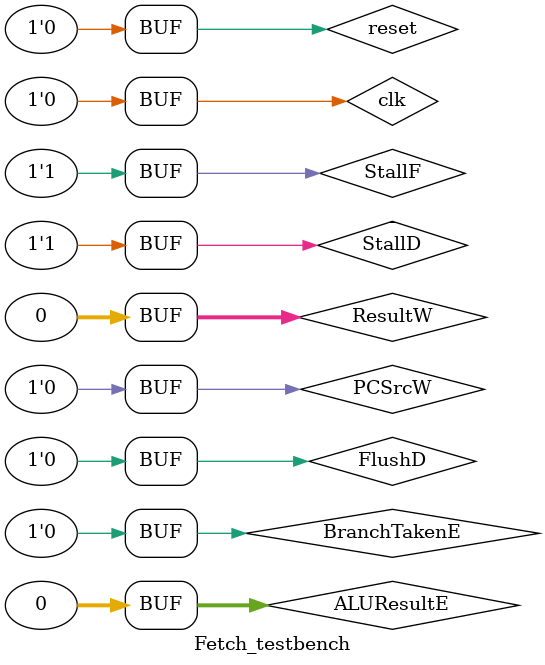
<source format=sv>
module Fetch_testbench ();

	logic clk, reset;
	logic [31:0] ResultW, ALUResultE;
	logic PCSrcW, BranchTakenE, StallF, StallD, FlushD;
	logic [31:0] InstrD, InstrDV, PCPlus8D;

Fetch dut( 	clk, reset,
				ResultW, ALUResultE,
				PCSrcW, BranchTakenE, StallF, StallD, FlushD,
				InstrD, InstrDV, PCPlus8D);
				
initial
begin
	
	ResultW = 32'b0; ALUResultE = 32'b0;
	PCSrcW = 1'b0; BranchTakenE = 1'b0; StallF = 1'b1; StallD = 1'b1; FlushD = 1'b0;

	begin
		reset <= 1; # 10; reset <= 0;
	end
	
	begin
		clk <= 1; # 5; clk <= 0; # 5;
	end
	begin
		clk <= 1; # 5; clk <= 0; # 5;
	end
	begin
		clk <= 1; # 5; clk <= 0; # 5;
	end
	begin
		clk <= 1; # 5; clk <= 0; # 5;
	end
end

endmodule 
</source>
